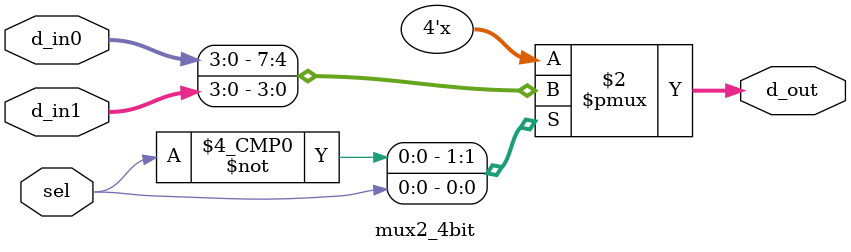
<source format=v>
`timescale 1ns / 1ns

module mux2_4bit( d_in0, 
						d_in1, 
						sel,
						d_out
    );
	 
	input [3:0] d_in0;
	input [3:0] d_in1;
	input sel;
	output reg [3:0] d_out;
	
always@(d_in0, d_in1, sel)
begin
	case (sel)
		1'b0: d_out = d_in0; 
		1'b1: d_out = d_in1;
		default: d_out = d_in0;
	endcase
end


endmodule

</source>
